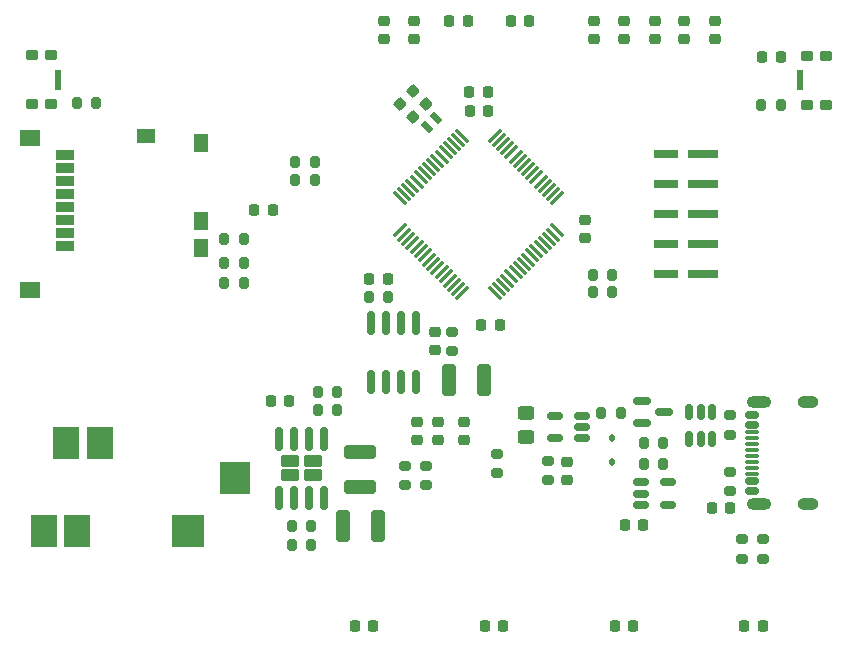
<source format=gtp>
%TF.GenerationSoftware,KiCad,Pcbnew,8.0.4*%
%TF.CreationDate,2024-12-16T18:50:41+01:00*%
%TF.ProjectId,DM50,444d3530-2e6b-4696-9361-645f70636258,rev?*%
%TF.SameCoordinates,Original*%
%TF.FileFunction,Paste,Top*%
%TF.FilePolarity,Positive*%
%FSLAX46Y46*%
G04 Gerber Fmt 4.6, Leading zero omitted, Abs format (unit mm)*
G04 Created by KiCad (PCBNEW 8.0.4) date 2024-12-16 18:50:41*
%MOMM*%
%LPD*%
G01*
G04 APERTURE LIST*
G04 Aperture macros list*
%AMRoundRect*
0 Rectangle with rounded corners*
0 $1 Rounding radius*
0 $2 $3 $4 $5 $6 $7 $8 $9 X,Y pos of 4 corners*
0 Add a 4 corners polygon primitive as box body*
4,1,4,$2,$3,$4,$5,$6,$7,$8,$9,$2,$3,0*
0 Add four circle primitives for the rounded corners*
1,1,$1+$1,$2,$3*
1,1,$1+$1,$4,$5*
1,1,$1+$1,$6,$7*
1,1,$1+$1,$8,$9*
0 Add four rect primitives between the rounded corners*
20,1,$1+$1,$2,$3,$4,$5,0*
20,1,$1+$1,$4,$5,$6,$7,0*
20,1,$1+$1,$6,$7,$8,$9,0*
20,1,$1+$1,$8,$9,$2,$3,0*%
%AMRotRect*
0 Rectangle, with rotation*
0 The origin of the aperture is its center*
0 $1 length*
0 $2 width*
0 $3 Rotation angle, in degrees counterclockwise*
0 Add horizontal line*
21,1,$1,$2,0,0,$3*%
G04 Aperture macros list end*
%ADD10RoundRect,0.200000X0.275000X-0.200000X0.275000X0.200000X-0.275000X0.200000X-0.275000X-0.200000X0*%
%ADD11RoundRect,0.225000X0.335876X0.017678X0.017678X0.335876X-0.335876X-0.017678X-0.017678X-0.335876X0*%
%ADD12RoundRect,0.225000X0.225000X0.250000X-0.225000X0.250000X-0.225000X-0.250000X0.225000X-0.250000X0*%
%ADD13RoundRect,0.200000X-0.275000X0.200000X-0.275000X-0.200000X0.275000X-0.200000X0.275000X0.200000X0*%
%ADD14RoundRect,0.200000X-0.200000X-0.275000X0.200000X-0.275000X0.200000X0.275000X-0.200000X0.275000X0*%
%ADD15RoundRect,0.225000X-0.250000X0.225000X-0.250000X-0.225000X0.250000X-0.225000X0.250000X0.225000X0*%
%ADD16RoundRect,0.200000X0.200000X0.275000X-0.200000X0.275000X-0.200000X-0.275000X0.200000X-0.275000X0*%
%ADD17RoundRect,0.135000X0.365000X-0.315000X0.365000X0.315000X-0.365000X0.315000X-0.365000X-0.315000X0*%
%ADD18RoundRect,0.082500X0.192500X-0.767500X0.192500X0.767500X-0.192500X0.767500X-0.192500X-0.767500X0*%
%ADD19R,2.209800X2.794000*%
%ADD20R,2.794000X2.794000*%
%ADD21R,2.590800X2.794000*%
%ADD22RoundRect,0.225000X0.250000X-0.225000X0.250000X0.225000X-0.250000X0.225000X-0.250000X-0.225000X0*%
%ADD23RoundRect,0.112500X-0.112500X0.187500X-0.112500X-0.187500X0.112500X-0.187500X0.112500X0.187500X0*%
%ADD24RoundRect,0.250000X-0.545000X0.255000X-0.545000X-0.255000X0.545000X-0.255000X0.545000X0.255000X0*%
%ADD25RoundRect,0.150000X-0.150000X0.825000X-0.150000X-0.825000X0.150000X-0.825000X0.150000X0.825000X0*%
%ADD26RoundRect,0.250000X0.325000X1.100000X-0.325000X1.100000X-0.325000X-1.100000X0.325000X-1.100000X0*%
%ADD27RoundRect,0.218750X0.218750X0.256250X-0.218750X0.256250X-0.218750X-0.256250X0.218750X-0.256250X0*%
%ADD28RoundRect,0.150000X0.512500X0.150000X-0.512500X0.150000X-0.512500X-0.150000X0.512500X-0.150000X0*%
%ADD29RoundRect,0.225000X-0.225000X-0.250000X0.225000X-0.250000X0.225000X0.250000X-0.225000X0.250000X0*%
%ADD30R,1.498600X0.812800*%
%ADD31R,1.498600X1.143000*%
%ADD32R,1.143000X1.498600*%
%ADD33R,1.701800X1.397000*%
%ADD34RoundRect,0.218750X-0.218750X-0.256250X0.218750X-0.256250X0.218750X0.256250X-0.218750X0.256250X0*%
%ADD35R,2.500000X0.800000*%
%ADD36R,2.100000X0.800000*%
%ADD37RoundRect,0.150000X0.425000X-0.150000X0.425000X0.150000X-0.425000X0.150000X-0.425000X-0.150000X0*%
%ADD38RoundRect,0.075000X0.500000X-0.075000X0.500000X0.075000X-0.500000X0.075000X-0.500000X-0.075000X0*%
%ADD39O,2.100000X1.000000*%
%ADD40O,1.800000X1.000000*%
%ADD41RoundRect,0.150000X-0.512500X-0.150000X0.512500X-0.150000X0.512500X0.150000X-0.512500X0.150000X0*%
%ADD42RoundRect,0.250000X0.450000X-0.325000X0.450000X0.325000X-0.450000X0.325000X-0.450000X-0.325000X0*%
%ADD43RotRect,0.500000X1.000000X45.000000*%
%ADD44RoundRect,0.250000X1.100000X-0.325000X1.100000X0.325000X-1.100000X0.325000X-1.100000X-0.325000X0*%
%ADD45RoundRect,0.135000X-0.365000X0.315000X-0.365000X-0.315000X0.365000X-0.315000X0.365000X0.315000X0*%
%ADD46RoundRect,0.082500X-0.192500X0.767500X-0.192500X-0.767500X0.192500X-0.767500X0.192500X0.767500X0*%
%ADD47RoundRect,0.075000X-0.548008X0.441942X0.441942X-0.548008X0.548008X-0.441942X-0.441942X0.548008X0*%
%ADD48RoundRect,0.075000X-0.548008X-0.441942X-0.441942X-0.548008X0.548008X0.441942X0.441942X0.548008X0*%
%ADD49RoundRect,0.150000X-0.587500X-0.150000X0.587500X-0.150000X0.587500X0.150000X-0.587500X0.150000X0*%
%ADD50RoundRect,0.150000X0.150000X-0.512500X0.150000X0.512500X-0.150000X0.512500X-0.150000X-0.512500X0*%
G04 APERTURE END LIST*
D10*
%TO.C,R15*%
X108325000Y-93725000D03*
X108325000Y-92075000D03*
%TD*%
D11*
%TO.C,C11*%
X106073008Y-72798008D03*
X104976992Y-71701992D03*
%TD*%
D12*
%TO.C,C16*%
X112325000Y-91550000D03*
X110775000Y-91550000D03*
%TD*%
D13*
%TO.C,R9*%
X131850000Y-103925000D03*
X131850000Y-105575000D03*
%TD*%
D14*
%TO.C,R18*%
X89025000Y-84250000D03*
X90675000Y-84250000D03*
%TD*%
D15*
%TO.C,C26*%
X109350000Y-99725000D03*
X109350000Y-101275000D03*
%TD*%
D16*
%TO.C,R11*%
X122575000Y-98950000D03*
X120925000Y-98950000D03*
%TD*%
D10*
%TO.C,R13*%
X134600000Y-111325000D03*
X134600000Y-109675000D03*
%TD*%
D15*
%TO.C,C19*%
X107100000Y-99725000D03*
X107100000Y-101275000D03*
%TD*%
D17*
%TO.C,SW42*%
X138350000Y-72850000D03*
X138350000Y-68750000D03*
X139950000Y-72850000D03*
X139950000Y-68750000D03*
D18*
X137725000Y-70800000D03*
%TD*%
D19*
%TO.C,J7*%
X73766500Y-108950780D03*
D20*
X85958500Y-108950780D03*
D19*
X78465500Y-101549220D03*
X76560500Y-108950780D03*
D21*
X89946300Y-104500700D03*
D19*
X75646100Y-101549220D03*
%TD*%
D14*
%TO.C,R20*%
X95025000Y-77750000D03*
X96675000Y-77750000D03*
%TD*%
D22*
%TO.C,C20*%
X118050000Y-104625000D03*
X118050000Y-103075000D03*
%TD*%
%TO.C,C8*%
X102550000Y-67325000D03*
X102550000Y-65775000D03*
%TD*%
D23*
%TO.C,D4*%
X121850000Y-101050000D03*
X121850000Y-103150000D03*
%TD*%
D12*
%TO.C,C4*%
X109625000Y-65750000D03*
X108075000Y-65750000D03*
%TD*%
D11*
%TO.C,C13*%
X104973008Y-73898008D03*
X103876992Y-72801992D03*
%TD*%
D24*
%TO.C,U7*%
X96500000Y-103050000D03*
X94600000Y-103050000D03*
X96500000Y-104250000D03*
X94600000Y-104250000D03*
D25*
X97455000Y-101175000D03*
X96185000Y-101175000D03*
X94915000Y-101175000D03*
X93645000Y-101175000D03*
X93645000Y-106125000D03*
X94915000Y-106125000D03*
X96185000Y-106125000D03*
X97455000Y-106125000D03*
%TD*%
D14*
%TO.C,R26*%
X120225000Y-87250000D03*
X121875000Y-87250000D03*
%TD*%
D16*
%TO.C,R22*%
X96375000Y-108550000D03*
X94725000Y-108550000D03*
%TD*%
D26*
%TO.C,C28*%
X102025000Y-108500000D03*
X99075000Y-108500000D03*
%TD*%
D14*
%TO.C,R12*%
X124525000Y-103250000D03*
X126175000Y-103250000D03*
%TD*%
D16*
%TO.C,R7*%
X98575000Y-97150000D03*
X96925000Y-97150000D03*
%TD*%
D12*
%TO.C,C10*%
X136125000Y-68850000D03*
X134575000Y-68850000D03*
%TD*%
D10*
%TO.C,R5*%
X112100000Y-104075000D03*
X112100000Y-102425000D03*
%TD*%
D14*
%TO.C,R14*%
X124525000Y-101500000D03*
X126175000Y-101500000D03*
%TD*%
%TO.C,R21*%
X96925000Y-98750000D03*
X98575000Y-98750000D03*
%TD*%
D12*
%TO.C,C22*%
X131875000Y-107000000D03*
X130325000Y-107000000D03*
%TD*%
D15*
%TO.C,C6*%
X120350000Y-65775000D03*
X120350000Y-67325000D03*
%TD*%
D12*
%TO.C,C9*%
X114825000Y-65750000D03*
X113275000Y-65750000D03*
%TD*%
D15*
%TO.C,C1*%
X130550000Y-65775000D03*
X130550000Y-67325000D03*
%TD*%
D10*
%TO.C,R10*%
X131850000Y-100825000D03*
X131850000Y-99175000D03*
%TD*%
D27*
%TO.C,D6*%
X112637500Y-117000000D03*
X111062500Y-117000000D03*
%TD*%
D14*
%TO.C,R2*%
X134500000Y-72850000D03*
X136150000Y-72850000D03*
%TD*%
D28*
%TO.C,U5*%
X119287500Y-101100000D03*
X119287500Y-100150000D03*
X119287500Y-99200000D03*
X117012500Y-99200000D03*
X117012500Y-101100000D03*
%TD*%
D15*
%TO.C,C2*%
X127950000Y-65775000D03*
X127950000Y-67325000D03*
%TD*%
%TO.C,C3*%
X125450000Y-65775000D03*
X125450000Y-67325000D03*
%TD*%
%TO.C,C7*%
X105050000Y-67325000D03*
X105050000Y-65775000D03*
%TD*%
D14*
%TO.C,R17*%
X89025000Y-86250000D03*
X90675000Y-86250000D03*
%TD*%
D26*
%TO.C,C30*%
X111025000Y-96150000D03*
X108075000Y-96150000D03*
%TD*%
D15*
%TO.C,C15*%
X105350000Y-99725000D03*
X105350000Y-101275000D03*
%TD*%
D10*
%TO.C,R3*%
X132850000Y-111325000D03*
X132850000Y-109675000D03*
%TD*%
D15*
%TO.C,C5*%
X122850000Y-65775000D03*
X122850000Y-67325000D03*
%TD*%
D29*
%TO.C,C17*%
X109800000Y-73400000D03*
X111350000Y-73400000D03*
%TD*%
D12*
%TO.C,C29*%
X94525000Y-97950000D03*
X92975000Y-97950000D03*
%TD*%
D29*
%TO.C,C23*%
X122937500Y-108470000D03*
X124487500Y-108470000D03*
%TD*%
D30*
%TO.C,J5*%
X75500001Y-84825001D03*
X75500001Y-83725000D03*
X75500001Y-82625000D03*
X75500001Y-81525002D03*
X75500001Y-80425002D03*
X75500001Y-79325002D03*
X75500001Y-78225001D03*
X75500001Y-77125001D03*
D31*
X82350000Y-75550000D03*
D32*
X87075002Y-82725002D03*
D33*
X72600002Y-88575001D03*
X72600002Y-75675001D03*
D32*
X87075002Y-85025000D03*
X87075003Y-76125000D03*
%TD*%
D13*
%TO.C,R24*%
X106100000Y-103425000D03*
X106100000Y-105075000D03*
%TD*%
D14*
%TO.C,R8*%
X94725000Y-110150000D03*
X96375000Y-110150000D03*
%TD*%
D13*
%TO.C,R4*%
X116450000Y-103025000D03*
X116450000Y-104675000D03*
%TD*%
D34*
%TO.C,D1*%
X122062500Y-117000000D03*
X123637500Y-117000000D03*
%TD*%
D14*
%TO.C,R25*%
X120225000Y-88750000D03*
X121875000Y-88750000D03*
%TD*%
D35*
%TO.C,J6*%
X129590000Y-87230000D03*
D36*
X126460000Y-87230000D03*
D35*
X129590000Y-84690000D03*
D36*
X126460000Y-84690000D03*
D35*
X129590000Y-82150000D03*
D36*
X126460000Y-82150000D03*
D35*
X129590000Y-79610000D03*
D36*
X126460000Y-79610000D03*
D35*
X129590000Y-77070000D03*
D36*
X126460000Y-77070000D03*
%TD*%
D12*
%TO.C,C12*%
X102850000Y-87650000D03*
X101300000Y-87650000D03*
%TD*%
%TO.C,C25*%
X93125000Y-81750000D03*
X91575000Y-81750000D03*
%TD*%
D37*
%TO.C,J2*%
X133720000Y-105550000D03*
X133720000Y-104750000D03*
D38*
X133720000Y-103600000D03*
X133720000Y-102600000D03*
X133720000Y-102100000D03*
X133720000Y-101100000D03*
D37*
X133720000Y-99950000D03*
X133720000Y-99150000D03*
X133720000Y-99150000D03*
X133720000Y-99950000D03*
D38*
X133720000Y-100600000D03*
X133720000Y-101600000D03*
X133720000Y-103100000D03*
X133720000Y-104100000D03*
D37*
X133720000Y-104750000D03*
X133720000Y-105550000D03*
D39*
X134295000Y-106670000D03*
D40*
X138475000Y-106670000D03*
D39*
X134295000Y-98030000D03*
D40*
X138475000Y-98030000D03*
%TD*%
D15*
%TO.C,C14*%
X119575000Y-82625000D03*
X119575000Y-84175000D03*
%TD*%
D14*
%TO.C,R19*%
X95025000Y-79250000D03*
X96675000Y-79250000D03*
%TD*%
D41*
%TO.C,U6*%
X124325000Y-104850000D03*
X124325000Y-105800000D03*
X124325000Y-106750000D03*
X126600000Y-106750000D03*
X126600000Y-104850000D03*
%TD*%
D14*
%TO.C,R1*%
X76525000Y-72750000D03*
X78175000Y-72750000D03*
%TD*%
D25*
%TO.C,U3*%
X105230000Y-91375000D03*
X103960000Y-91375000D03*
X102690000Y-91375000D03*
X101420000Y-91375000D03*
X101420000Y-96325000D03*
X102690000Y-96325000D03*
X103960000Y-96325000D03*
X105230000Y-96325000D03*
%TD*%
D42*
%TO.C,L1*%
X114600000Y-101025000D03*
X114600000Y-98975000D03*
%TD*%
D43*
%TO.C,Y1*%
X106186091Y-74788909D03*
X106963909Y-74011091D03*
%TD*%
D13*
%TO.C,R23*%
X104350000Y-103425000D03*
X104350000Y-105075000D03*
%TD*%
D14*
%TO.C,R6*%
X101250000Y-89150000D03*
X102900000Y-89150000D03*
%TD*%
D29*
%TO.C,C18*%
X109775000Y-71750000D03*
X111325000Y-71750000D03*
%TD*%
D44*
%TO.C,C27*%
X100550000Y-105225000D03*
X100550000Y-102275000D03*
%TD*%
D34*
%TO.C,D3*%
X133062500Y-117000000D03*
X134637500Y-117000000D03*
%TD*%
D27*
%TO.C,D5*%
X101637500Y-117000000D03*
X100062500Y-117000000D03*
%TD*%
D45*
%TO.C,SW1*%
X74325000Y-68700000D03*
X74325000Y-72800000D03*
X72725000Y-68700000D03*
X72725000Y-72800000D03*
D46*
X74950000Y-70750000D03*
%TD*%
D47*
%TO.C,U2*%
X109188819Y-75485519D03*
X108835266Y-75839072D03*
X108481713Y-76192625D03*
X108128159Y-76546179D03*
X107774606Y-76899732D03*
X107421052Y-77253286D03*
X107067499Y-77606839D03*
X106713946Y-77960392D03*
X106360392Y-78313946D03*
X106006839Y-78667499D03*
X105653286Y-79021052D03*
X105299732Y-79374606D03*
X104946179Y-79728159D03*
X104592625Y-80081713D03*
X104239072Y-80435266D03*
X103885519Y-80788819D03*
D48*
X103885519Y-83511181D03*
X104239072Y-83864734D03*
X104592625Y-84218287D03*
X104946179Y-84571841D03*
X105299732Y-84925394D03*
X105653286Y-85278948D03*
X106006839Y-85632501D03*
X106360392Y-85986054D03*
X106713946Y-86339608D03*
X107067499Y-86693161D03*
X107421052Y-87046714D03*
X107774606Y-87400268D03*
X108128159Y-87753821D03*
X108481713Y-88107375D03*
X108835266Y-88460928D03*
X109188819Y-88814481D03*
D47*
X111911181Y-88814481D03*
X112264734Y-88460928D03*
X112618287Y-88107375D03*
X112971841Y-87753821D03*
X113325394Y-87400268D03*
X113678948Y-87046714D03*
X114032501Y-86693161D03*
X114386054Y-86339608D03*
X114739608Y-85986054D03*
X115093161Y-85632501D03*
X115446714Y-85278948D03*
X115800268Y-84925394D03*
X116153821Y-84571841D03*
X116507375Y-84218287D03*
X116860928Y-83864734D03*
X117214481Y-83511181D03*
D48*
X117214481Y-80788819D03*
X116860928Y-80435266D03*
X116507375Y-80081713D03*
X116153821Y-79728159D03*
X115800268Y-79374606D03*
X115446714Y-79021052D03*
X115093161Y-78667499D03*
X114739608Y-78313946D03*
X114386054Y-77960392D03*
X114032501Y-77606839D03*
X113678948Y-77253286D03*
X113325394Y-76899732D03*
X112971841Y-76546179D03*
X112618287Y-76192625D03*
X112264734Y-75839072D03*
X111911181Y-75485519D03*
%TD*%
D15*
%TO.C,C24*%
X106825000Y-92125000D03*
X106825000Y-93675000D03*
%TD*%
D49*
%TO.C,D2*%
X124412500Y-97950000D03*
X124412500Y-99850000D03*
X126287500Y-98900000D03*
%TD*%
D50*
%TO.C,U4*%
X128400000Y-101137500D03*
X129350000Y-101137500D03*
X130300000Y-101137500D03*
X130300000Y-98862500D03*
X129350000Y-98862500D03*
X128400000Y-98862500D03*
%TD*%
D14*
%TO.C,R16*%
X89025000Y-88000000D03*
X90675000Y-88000000D03*
%TD*%
M02*

</source>
